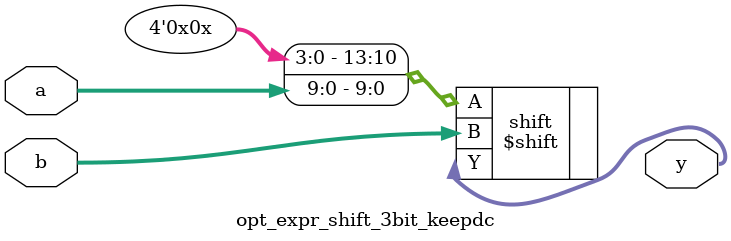
<source format=v>
module opt_expr_shift_3bit_keepdc(input [9:0] a, input [3:0] b, output [2:0] y);
    \$shift #(.A_SIGNED(0), .B_SIGNED(0), .A_WIDTH(14), .B_WIDTH(4), .Y_WIDTH(3)) shift (.A({4'b0x0x,a}), .B(b), .Y(y));
endmodule

</source>
